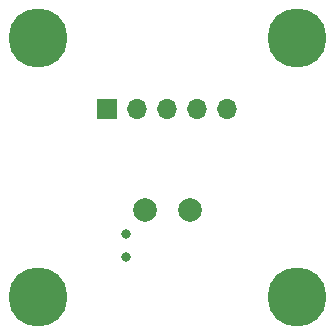
<source format=gbr>
%TF.GenerationSoftware,KiCad,Pcbnew,(5.1.8)-1*%
%TF.CreationDate,2021-03-21T23:47:40-07:00*%
%TF.ProjectId,rls2hd-bob,726c7332-6864-42d6-926f-622e6b696361,rev?*%
%TF.SameCoordinates,Original*%
%TF.FileFunction,Copper,L2,Bot*%
%TF.FilePolarity,Positive*%
%FSLAX46Y46*%
G04 Gerber Fmt 4.6, Leading zero omitted, Abs format (unit mm)*
G04 Created by KiCad (PCBNEW (5.1.8)-1) date 2021-03-21 23:47:40*
%MOMM*%
%LPD*%
G01*
G04 APERTURE LIST*
%TA.AperFunction,ComponentPad*%
%ADD10C,2.000000*%
%TD*%
%TA.AperFunction,ComponentPad*%
%ADD11O,1.700000X1.700000*%
%TD*%
%TA.AperFunction,ComponentPad*%
%ADD12R,1.700000X1.700000*%
%TD*%
%TA.AperFunction,ViaPad*%
%ADD13C,0.800000*%
%TD*%
%TA.AperFunction,ViaPad*%
%ADD14C,5.000000*%
%TD*%
G04 APERTURE END LIST*
D10*
%TO.P,U1,*%
%TO.N,*%
X101900000Y-88600000D03*
X98100000Y-88600000D03*
%TD*%
D11*
%TO.P,J1,5*%
%TO.N,GND*%
X105080000Y-80000000D03*
%TO.P,J1,4*%
%TO.N,Net-(J1-Pad4)*%
X102540000Y-80000000D03*
%TO.P,J1,3*%
%TO.N,Net-(J1-Pad3)*%
X100000000Y-80000000D03*
%TO.P,J1,2*%
%TO.N,Net-(J1-Pad2)*%
X97460000Y-80000000D03*
D12*
%TO.P,J1,1*%
%TO.N,+5V*%
X94920000Y-80000000D03*
%TD*%
D13*
%TO.N,*%
X96500000Y-90600000D03*
X96500000Y-92600000D03*
D14*
%TO.N,GND*%
X111000000Y-74000000D03*
X111000000Y-96000000D03*
X89000000Y-96000000D03*
X89000000Y-74000000D03*
%TD*%
M02*

</source>
